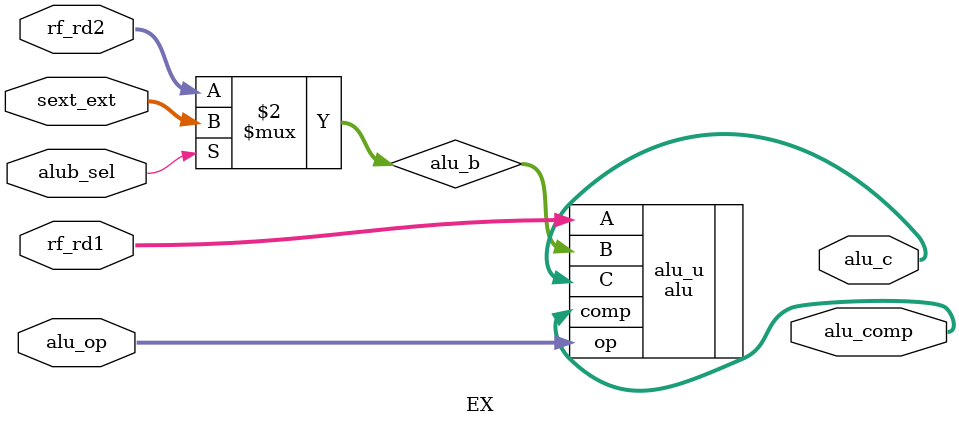
<source format=v>
module EX (
    input   [31:0]  rf_rd1,
    input   [31:0]  rf_rd2,
    input   [31:0]  sext_ext,
    input           alub_sel,
    input   [3:0]   alu_op,
    output  [31:0]  alu_c,
    output  [1:0]   alu_comp
);

wire [31:0] alu_b = (alub_sel==0)?rf_rd2:sext_ext;

alu alu_u (
    .A(rf_rd1),
    .B(alu_b),
    .op(alu_op),
    .C(alu_c),
    .comp(alu_comp)
);

endmodule
</source>
